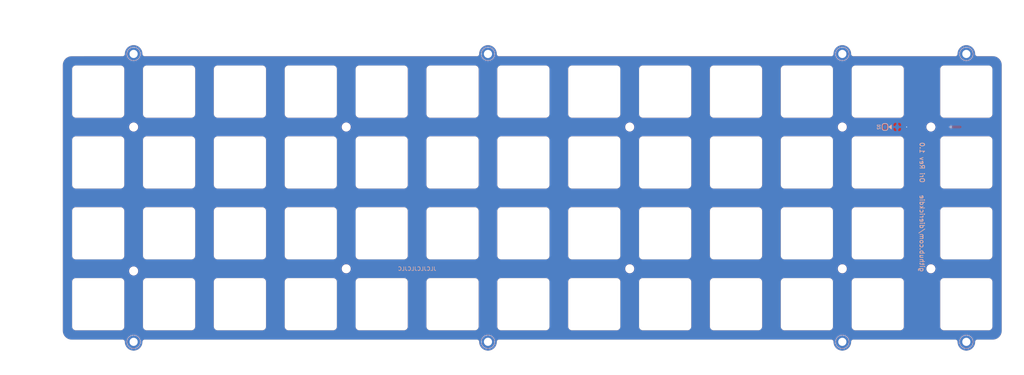
<source format=kicad_pcb>
(kicad_pcb (version 20171130) (host pcbnew "(5.1.10-1-10_14)")
  (layers (0 F.Cu signal) (31 B.Cu signal) (34 B.Paste user) (35 F.Paste user) (36 B.SilkS user) (37 F.SilkS user) (38 B.Mask user) (39 F.Mask user) (44 Edge.Cuts user))
  (net 0 "")
  (net 1 GND)
  (net 2 GND1)
  (net 3 "Net-(D2-Pad1)")
  (module Keeb_footprints:MX100_cutout_plated (layer F.Cu) (at 155.97253 50.00646)
    (fp_text reference U1)
    (fp_text value HOLE)
    (fp_arc (start -6 -6) (end -6 -7) (angle -90) (layer Edge.Cuts) (width 0.05))
    (fp_arc (start 6 6) (end 6 7) (angle -90) (layer Edge.Cuts) (width 0.05))
    (fp_arc (start 6 -6) (end 7 -6) (angle -90) (layer Edge.Cuts) (width 0.05))
    (fp_arc (start -6 6) (end -7 6) (angle -90) (layer Edge.Cuts) (width 0.05))
    (fp_line (start -6 7) (end 6 7) (layer Edge.Cuts) (width 0.05))
    (fp_line (start 7 -6) (end 7 6) (layer Edge.Cuts) (width 0.05))
    (fp_line (start -6 -7) (end 6 -7) (layer Edge.Cuts) (width 0.05))
    (fp_line (start -7 6) (end -7 -6) (layer Edge.Cuts) (width 0.05))
  )
  (module Keeb_footprints:MX100_cutout_plated (layer F.Cu) (at 389.33601 107.1567)
    (fp_text reference U52)
    (fp_text value HOLE)
    (fp_arc (start -6 -6) (end -6 -7) (angle -90) (layer Edge.Cuts) (width 0.05))
    (fp_arc (start 6 6) (end 6 7) (angle -90) (layer Edge.Cuts) (width 0.05))
    (fp_arc (start 6 -6) (end 7 -6) (angle -90) (layer Edge.Cuts) (width 0.05))
    (fp_arc (start -6 6) (end -7 6) (angle -90) (layer Edge.Cuts) (width 0.05))
    (fp_line (start -6 7) (end 6 7) (layer Edge.Cuts) (width 0.05))
    (fp_line (start 7 -6) (end 7 6) (layer Edge.Cuts) (width 0.05))
    (fp_line (start -6 -7) (end 6 -7) (layer Edge.Cuts) (width 0.05))
    (fp_line (start -7 6) (end -7 -6) (layer Edge.Cuts) (width 0.05))
  )
  (module Keeb_footprints:MX100_cutout_plated (layer F.Cu) (at 389.33589 88.106428)
    (fp_text reference U51)
    (fp_text value HOLE)
    (fp_arc (start -6 -6) (end -6 -7) (angle -90) (layer Edge.Cuts) (width 0.05))
    (fp_arc (start 6 6) (end 6 7) (angle -90) (layer Edge.Cuts) (width 0.05))
    (fp_arc (start 6 -6) (end 7 -6) (angle -90) (layer Edge.Cuts) (width 0.05))
    (fp_arc (start -6 6) (end -7 6) (angle -90) (layer Edge.Cuts) (width 0.05))
    (fp_line (start -6 7) (end 6 7) (layer Edge.Cuts) (width 0.05))
    (fp_line (start 7 -6) (end 7 6) (layer Edge.Cuts) (width 0.05))
    (fp_line (start -6 -7) (end 6 -7) (layer Edge.Cuts) (width 0.05))
    (fp_line (start -7 6) (end -7 -6) (layer Edge.Cuts) (width 0.05))
  )
  (module Keeb_footprints:MX100_cutout_plated (layer F.Cu) (at 389.33589 69.056444)
    (fp_text reference U50)
    (fp_text value HOLE)
    (fp_arc (start -6 -6) (end -6 -7) (angle -90) (layer Edge.Cuts) (width 0.05))
    (fp_arc (start 6 6) (end 6 7) (angle -90) (layer Edge.Cuts) (width 0.05))
    (fp_arc (start 6 -6) (end 7 -6) (angle -90) (layer Edge.Cuts) (width 0.05))
    (fp_arc (start -6 6) (end -7 6) (angle -90) (layer Edge.Cuts) (width 0.05))
    (fp_line (start -6 7) (end 6 7) (layer Edge.Cuts) (width 0.05))
    (fp_line (start 7 -6) (end 7 6) (layer Edge.Cuts) (width 0.05))
    (fp_line (start -6 -7) (end 6 -7) (layer Edge.Cuts) (width 0.05))
    (fp_line (start -7 6) (end -7 -6) (layer Edge.Cuts) (width 0.05))
  )
  (module Keeb_footprints:MX100_cutout_plated (layer F.Cu) (at 389.33601 50.00646)
    (fp_text reference U49)
    (fp_text value HOLE)
    (fp_arc (start -6 -6) (end -6 -7) (angle -90) (layer Edge.Cuts) (width 0.05))
    (fp_arc (start 6 6) (end 6 7) (angle -90) (layer Edge.Cuts) (width 0.05))
    (fp_arc (start 6 -6) (end 7 -6) (angle -90) (layer Edge.Cuts) (width 0.05))
    (fp_arc (start -6 6) (end -7 6) (angle -90) (layer Edge.Cuts) (width 0.05))
    (fp_line (start -6 7) (end 6 7) (layer Edge.Cuts) (width 0.05))
    (fp_line (start 7 -6) (end 7 6) (layer Edge.Cuts) (width 0.05))
    (fp_line (start -6 -7) (end 6 -7) (layer Edge.Cuts) (width 0.05))
    (fp_line (start -7 6) (end -7 -6) (layer Edge.Cuts) (width 0.05))
  )
  (module Keeb_footprints:MX100_cutout_plated (layer F.Cu) (at 365.52341 107.1567)
    (fp_text reference U48)
    (fp_text value HOLE)
    (fp_arc (start -6 -6) (end -6 -7) (angle -90) (layer Edge.Cuts) (width 0.05))
    (fp_arc (start 6 6) (end 6 7) (angle -90) (layer Edge.Cuts) (width 0.05))
    (fp_arc (start 6 -6) (end 7 -6) (angle -90) (layer Edge.Cuts) (width 0.05))
    (fp_arc (start -6 6) (end -7 6) (angle -90) (layer Edge.Cuts) (width 0.05))
    (fp_line (start -6 7) (end 6 7) (layer Edge.Cuts) (width 0.05))
    (fp_line (start 7 -6) (end 7 6) (layer Edge.Cuts) (width 0.05))
    (fp_line (start -6 -7) (end 6 -7) (layer Edge.Cuts) (width 0.05))
    (fp_line (start -7 6) (end -7 -6) (layer Edge.Cuts) (width 0.05))
  )
  (module Keeb_footprints:MX100_cutout_plated (layer F.Cu) (at 346.47333 107.16)
    (fp_text reference U47)
    (fp_text value HOLE)
    (fp_arc (start -6 -6) (end -6 -7) (angle -90) (layer Edge.Cuts) (width 0.05))
    (fp_arc (start 6 6) (end 6 7) (angle -90) (layer Edge.Cuts) (width 0.05))
    (fp_arc (start 6 -6) (end 7 -6) (angle -90) (layer Edge.Cuts) (width 0.05))
    (fp_arc (start -6 6) (end -7 6) (angle -90) (layer Edge.Cuts) (width 0.05))
    (fp_line (start -6 7) (end 6 7) (layer Edge.Cuts) (width 0.05))
    (fp_line (start 7 -6) (end 7 6) (layer Edge.Cuts) (width 0.05))
    (fp_line (start -6 -7) (end 6 -7) (layer Edge.Cuts) (width 0.05))
    (fp_line (start -7 6) (end -7 -6) (layer Edge.Cuts) (width 0.05))
  )
  (module Keeb_footprints:MX100_cutout_plated (layer F.Cu) (at 327.42325 107.1567)
    (fp_text reference U46)
    (fp_text value HOLE)
    (fp_arc (start -6 -6) (end -6 -7) (angle -90) (layer Edge.Cuts) (width 0.05))
    (fp_arc (start 6 6) (end 6 7) (angle -90) (layer Edge.Cuts) (width 0.05))
    (fp_arc (start 6 -6) (end 7 -6) (angle -90) (layer Edge.Cuts) (width 0.05))
    (fp_arc (start -6 6) (end -7 6) (angle -90) (layer Edge.Cuts) (width 0.05))
    (fp_line (start -6 7) (end 6 7) (layer Edge.Cuts) (width 0.05))
    (fp_line (start 7 -6) (end 7 6) (layer Edge.Cuts) (width 0.05))
    (fp_line (start -6 -7) (end 6 -7) (layer Edge.Cuts) (width 0.05))
    (fp_line (start -7 6) (end -7 -6) (layer Edge.Cuts) (width 0.05))
  )
  (module Keeb_footprints:MX100_cutout_plated (layer F.Cu) (at 308.37317 107.1567)
    (fp_text reference U45)
    (fp_text value HOLE)
    (fp_arc (start -6 -6) (end -6 -7) (angle -90) (layer Edge.Cuts) (width 0.05))
    (fp_arc (start 6 6) (end 6 7) (angle -90) (layer Edge.Cuts) (width 0.05))
    (fp_arc (start 6 -6) (end 7 -6) (angle -90) (layer Edge.Cuts) (width 0.05))
    (fp_arc (start -6 6) (end -7 6) (angle -90) (layer Edge.Cuts) (width 0.05))
    (fp_line (start -6 7) (end 6 7) (layer Edge.Cuts) (width 0.05))
    (fp_line (start 7 -6) (end 7 6) (layer Edge.Cuts) (width 0.05))
    (fp_line (start -6 -7) (end 6 -7) (layer Edge.Cuts) (width 0.05))
    (fp_line (start -7 6) (end -7 -6) (layer Edge.Cuts) (width 0.05))
  )
  (module Keeb_footprints:MX100_cutout_plated (layer F.Cu) (at 289.32309 107.1567)
    (fp_text reference U44)
    (fp_text value HOLE)
    (fp_arc (start -6 -6) (end -6 -7) (angle -90) (layer Edge.Cuts) (width 0.05))
    (fp_arc (start 6 6) (end 6 7) (angle -90) (layer Edge.Cuts) (width 0.05))
    (fp_arc (start 6 -6) (end 7 -6) (angle -90) (layer Edge.Cuts) (width 0.05))
    (fp_arc (start -6 6) (end -7 6) (angle -90) (layer Edge.Cuts) (width 0.05))
    (fp_line (start -6 7) (end 6 7) (layer Edge.Cuts) (width 0.05))
    (fp_line (start 7 -6) (end 7 6) (layer Edge.Cuts) (width 0.05))
    (fp_line (start -6 -7) (end 6 -7) (layer Edge.Cuts) (width 0.05))
    (fp_line (start -7 6) (end -7 -6) (layer Edge.Cuts) (width 0.05))
  )
  (module Keeb_footprints:MX100_cutout_plated (layer F.Cu) (at 270.27301 107.1567)
    (fp_text reference U43)
    (fp_text value HOLE)
    (fp_arc (start -6 -6) (end -6 -7) (angle -90) (layer Edge.Cuts) (width 0.05))
    (fp_arc (start 6 6) (end 6 7) (angle -90) (layer Edge.Cuts) (width 0.05))
    (fp_arc (start 6 -6) (end 7 -6) (angle -90) (layer Edge.Cuts) (width 0.05))
    (fp_arc (start -6 6) (end -7 6) (angle -90) (layer Edge.Cuts) (width 0.05))
    (fp_line (start -6 7) (end 6 7) (layer Edge.Cuts) (width 0.05))
    (fp_line (start 7 -6) (end 7 6) (layer Edge.Cuts) (width 0.05))
    (fp_line (start -6 -7) (end 6 -7) (layer Edge.Cuts) (width 0.05))
    (fp_line (start -7 6) (end -7 -6) (layer Edge.Cuts) (width 0.05))
  )
  (module Keeb_footprints:MX100_cutout_plated (layer F.Cu) (at 251.22293 107.1567)
    (fp_text reference U42)
    (fp_text value HOLE)
    (fp_arc (start -6 -6) (end -6 -7) (angle -90) (layer Edge.Cuts) (width 0.05))
    (fp_arc (start 6 6) (end 6 7) (angle -90) (layer Edge.Cuts) (width 0.05))
    (fp_arc (start 6 -6) (end 7 -6) (angle -90) (layer Edge.Cuts) (width 0.05))
    (fp_arc (start -6 6) (end -7 6) (angle -90) (layer Edge.Cuts) (width 0.05))
    (fp_line (start -6 7) (end 6 7) (layer Edge.Cuts) (width 0.05))
    (fp_line (start 7 -6) (end 7 6) (layer Edge.Cuts) (width 0.05))
    (fp_line (start -6 -7) (end 6 -7) (layer Edge.Cuts) (width 0.05))
    (fp_line (start -7 6) (end -7 -6) (layer Edge.Cuts) (width 0.05))
  )
  (module Keeb_footprints:MX100_cutout_plated (layer F.Cu) (at 232.17285 107.1567)
    (fp_text reference U41)
    (fp_text value HOLE)
    (fp_arc (start -6 -6) (end -6 -7) (angle -90) (layer Edge.Cuts) (width 0.05))
    (fp_arc (start 6 6) (end 6 7) (angle -90) (layer Edge.Cuts) (width 0.05))
    (fp_arc (start 6 -6) (end 7 -6) (angle -90) (layer Edge.Cuts) (width 0.05))
    (fp_arc (start -6 6) (end -7 6) (angle -90) (layer Edge.Cuts) (width 0.05))
    (fp_line (start -6 7) (end 6 7) (layer Edge.Cuts) (width 0.05))
    (fp_line (start 7 -6) (end 7 6) (layer Edge.Cuts) (width 0.05))
    (fp_line (start -6 -7) (end 6 -7) (layer Edge.Cuts) (width 0.05))
    (fp_line (start -7 6) (end -7 -6) (layer Edge.Cuts) (width 0.05))
  )
  (module Keeb_footprints:MX100_cutout_plated (layer F.Cu) (at 213.12277 107.1567)
    (fp_text reference U40)
    (fp_text value HOLE)
    (fp_arc (start -6 -6) (end -6 -7) (angle -90) (layer Edge.Cuts) (width 0.05))
    (fp_arc (start 6 6) (end 6 7) (angle -90) (layer Edge.Cuts) (width 0.05))
    (fp_arc (start 6 -6) (end 7 -6) (angle -90) (layer Edge.Cuts) (width 0.05))
    (fp_arc (start -6 6) (end -7 6) (angle -90) (layer Edge.Cuts) (width 0.05))
    (fp_line (start -6 7) (end 6 7) (layer Edge.Cuts) (width 0.05))
    (fp_line (start 7 -6) (end 7 6) (layer Edge.Cuts) (width 0.05))
    (fp_line (start -6 -7) (end 6 -7) (layer Edge.Cuts) (width 0.05))
    (fp_line (start -7 6) (end -7 -6) (layer Edge.Cuts) (width 0.05))
  )
  (module Keeb_footprints:MX100_cutout_plated (layer F.Cu) (at 194.07269 107.1567)
    (fp_text reference U39)
    (fp_text value HOLE)
    (fp_arc (start -6 -6) (end -6 -7) (angle -90) (layer Edge.Cuts) (width 0.05))
    (fp_arc (start 6 6) (end 6 7) (angle -90) (layer Edge.Cuts) (width 0.05))
    (fp_arc (start 6 -6) (end 7 -6) (angle -90) (layer Edge.Cuts) (width 0.05))
    (fp_arc (start -6 6) (end -7 6) (angle -90) (layer Edge.Cuts) (width 0.05))
    (fp_line (start -6 7) (end 6 7) (layer Edge.Cuts) (width 0.05))
    (fp_line (start 7 -6) (end 7 6) (layer Edge.Cuts) (width 0.05))
    (fp_line (start -6 -7) (end 6 -7) (layer Edge.Cuts) (width 0.05))
    (fp_line (start -7 6) (end -7 -6) (layer Edge.Cuts) (width 0.05))
  )
  (module Keeb_footprints:MX100_cutout_plated (layer F.Cu) (at 175.02261 107.1567)
    (fp_text reference U38)
    (fp_text value HOLE)
    (fp_arc (start -6 -6) (end -6 -7) (angle -90) (layer Edge.Cuts) (width 0.05))
    (fp_arc (start 6 6) (end 6 7) (angle -90) (layer Edge.Cuts) (width 0.05))
    (fp_arc (start 6 -6) (end 7 -6) (angle -90) (layer Edge.Cuts) (width 0.05))
    (fp_arc (start -6 6) (end -7 6) (angle -90) (layer Edge.Cuts) (width 0.05))
    (fp_line (start -6 7) (end 6 7) (layer Edge.Cuts) (width 0.05))
    (fp_line (start 7 -6) (end 7 6) (layer Edge.Cuts) (width 0.05))
    (fp_line (start -6 -7) (end 6 -7) (layer Edge.Cuts) (width 0.05))
    (fp_line (start -7 6) (end -7 -6) (layer Edge.Cuts) (width 0.05))
  )
  (module Keeb_footprints:MX100_cutout_plated (layer F.Cu) (at 155.97253 107.1567)
    (fp_text reference U37)
    (fp_text value HOLE)
    (fp_arc (start -6 -6) (end -6 -7) (angle -90) (layer Edge.Cuts) (width 0.05))
    (fp_arc (start 6 6) (end 6 7) (angle -90) (layer Edge.Cuts) (width 0.05))
    (fp_arc (start 6 -6) (end 7 -6) (angle -90) (layer Edge.Cuts) (width 0.05))
    (fp_arc (start -6 6) (end -7 6) (angle -90) (layer Edge.Cuts) (width 0.05))
    (fp_line (start -6 7) (end 6 7) (layer Edge.Cuts) (width 0.05))
    (fp_line (start 7 -6) (end 7 6) (layer Edge.Cuts) (width 0.05))
    (fp_line (start -6 -7) (end 6 -7) (layer Edge.Cuts) (width 0.05))
    (fp_line (start -7 6) (end -7 -6) (layer Edge.Cuts) (width 0.05))
  )
  (module Keeb_footprints:MX100_cutout_plated (layer F.Cu) (at 365.52341 88.10662)
    (fp_text reference U36)
    (fp_text value HOLE)
    (fp_arc (start -6 -6) (end -6 -7) (angle -90) (layer Edge.Cuts) (width 0.05))
    (fp_arc (start 6 6) (end 6 7) (angle -90) (layer Edge.Cuts) (width 0.05))
    (fp_arc (start 6 -6) (end 7 -6) (angle -90) (layer Edge.Cuts) (width 0.05))
    (fp_arc (start -6 6) (end -7 6) (angle -90) (layer Edge.Cuts) (width 0.05))
    (fp_line (start -6 7) (end 6 7) (layer Edge.Cuts) (width 0.05))
    (fp_line (start 7 -6) (end 7 6) (layer Edge.Cuts) (width 0.05))
    (fp_line (start -6 -7) (end 6 -7) (layer Edge.Cuts) (width 0.05))
    (fp_line (start -7 6) (end -7 -6) (layer Edge.Cuts) (width 0.05))
  )
  (module Keeb_footprints:MX100_cutout_plated (layer F.Cu) (at 346.47333 88.10662)
    (fp_text reference U35)
    (fp_text value HOLE)
    (fp_arc (start -6 -6) (end -6 -7) (angle -90) (layer Edge.Cuts) (width 0.05))
    (fp_arc (start 6 6) (end 6 7) (angle -90) (layer Edge.Cuts) (width 0.05))
    (fp_arc (start 6 -6) (end 7 -6) (angle -90) (layer Edge.Cuts) (width 0.05))
    (fp_arc (start -6 6) (end -7 6) (angle -90) (layer Edge.Cuts) (width 0.05))
    (fp_line (start -6 7) (end 6 7) (layer Edge.Cuts) (width 0.05))
    (fp_line (start 7 -6) (end 7 6) (layer Edge.Cuts) (width 0.05))
    (fp_line (start -6 -7) (end 6 -7) (layer Edge.Cuts) (width 0.05))
    (fp_line (start -7 6) (end -7 -6) (layer Edge.Cuts) (width 0.05))
  )
  (module Keeb_footprints:MX100_cutout_plated (layer F.Cu) (at 327.42325 88.10662)
    (fp_text reference U34)
    (fp_text value HOLE)
    (fp_arc (start -6 -6) (end -6 -7) (angle -90) (layer Edge.Cuts) (width 0.05))
    (fp_arc (start 6 6) (end 6 7) (angle -90) (layer Edge.Cuts) (width 0.05))
    (fp_arc (start 6 -6) (end 7 -6) (angle -90) (layer Edge.Cuts) (width 0.05))
    (fp_arc (start -6 6) (end -7 6) (angle -90) (layer Edge.Cuts) (width 0.05))
    (fp_line (start -6 7) (end 6 7) (layer Edge.Cuts) (width 0.05))
    (fp_line (start 7 -6) (end 7 6) (layer Edge.Cuts) (width 0.05))
    (fp_line (start -6 -7) (end 6 -7) (layer Edge.Cuts) (width 0.05))
    (fp_line (start -7 6) (end -7 -6) (layer Edge.Cuts) (width 0.05))
  )
  (module Keeb_footprints:MX100_cutout_plated (layer F.Cu) (at 308.37317 88.10662)
    (fp_text reference U33)
    (fp_text value HOLE)
    (fp_arc (start -6 -6) (end -6 -7) (angle -90) (layer Edge.Cuts) (width 0.05))
    (fp_arc (start 6 6) (end 6 7) (angle -90) (layer Edge.Cuts) (width 0.05))
    (fp_arc (start 6 -6) (end 7 -6) (angle -90) (layer Edge.Cuts) (width 0.05))
    (fp_arc (start -6 6) (end -7 6) (angle -90) (layer Edge.Cuts) (width 0.05))
    (fp_line (start -6 7) (end 6 7) (layer Edge.Cuts) (width 0.05))
    (fp_line (start 7 -6) (end 7 6) (layer Edge.Cuts) (width 0.05))
    (fp_line (start -6 -7) (end 6 -7) (layer Edge.Cuts) (width 0.05))
    (fp_line (start -7 6) (end -7 -6) (layer Edge.Cuts) (width 0.05))
  )
  (module Keeb_footprints:MX100_cutout_plated (layer F.Cu) (at 289.32309 88.10662)
    (fp_text reference U32)
    (fp_text value HOLE)
    (fp_arc (start -6 -6) (end -6 -7) (angle -90) (layer Edge.Cuts) (width 0.05))
    (fp_arc (start 6 6) (end 6 7) (angle -90) (layer Edge.Cuts) (width 0.05))
    (fp_arc (start 6 -6) (end 7 -6) (angle -90) (layer Edge.Cuts) (width 0.05))
    (fp_arc (start -6 6) (end -7 6) (angle -90) (layer Edge.Cuts) (width 0.05))
    (fp_line (start -6 7) (end 6 7) (layer Edge.Cuts) (width 0.05))
    (fp_line (start 7 -6) (end 7 6) (layer Edge.Cuts) (width 0.05))
    (fp_line (start -6 -7) (end 6 -7) (layer Edge.Cuts) (width 0.05))
    (fp_line (start -7 6) (end -7 -6) (layer Edge.Cuts) (width 0.05))
  )
  (module Keeb_footprints:MX100_cutout_plated (layer F.Cu) (at 270.27301 88.10662)
    (fp_text reference U31)
    (fp_text value HOLE)
    (fp_arc (start -6 -6) (end -6 -7) (angle -90) (layer Edge.Cuts) (width 0.05))
    (fp_arc (start 6 6) (end 6 7) (angle -90) (layer Edge.Cuts) (width 0.05))
    (fp_arc (start 6 -6) (end 7 -6) (angle -90) (layer Edge.Cuts) (width 0.05))
    (fp_arc (start -6 6) (end -7 6) (angle -90) (layer Edge.Cuts) (width 0.05))
    (fp_line (start -6 7) (end 6 7) (layer Edge.Cuts) (width 0.05))
    (fp_line (start 7 -6) (end 7 6) (layer Edge.Cuts) (width 0.05))
    (fp_line (start -6 -7) (end 6 -7) (layer Edge.Cuts) (width 0.05))
    (fp_line (start -7 6) (end -7 -6) (layer Edge.Cuts) (width 0.05))
  )
  (module Keeb_footprints:MX100_cutout_plated (layer F.Cu) (at 251.22293 88.10662)
    (fp_text reference U30)
    (fp_text value HOLE)
    (fp_arc (start -6 -6) (end -6 -7) (angle -90) (layer Edge.Cuts) (width 0.05))
    (fp_arc (start 6 6) (end 6 7) (angle -90) (layer Edge.Cuts) (width 0.05))
    (fp_arc (start 6 -6) (end 7 -6) (angle -90) (layer Edge.Cuts) (width 0.05))
    (fp_arc (start -6 6) (end -7 6) (angle -90) (layer Edge.Cuts) (width 0.05))
    (fp_line (start -6 7) (end 6 7) (layer Edge.Cuts) (width 0.05))
    (fp_line (start 7 -6) (end 7 6) (layer Edge.Cuts) (width 0.05))
    (fp_line (start -6 -7) (end 6 -7) (layer Edge.Cuts) (width 0.05))
    (fp_line (start -7 6) (end -7 -6) (layer Edge.Cuts) (width 0.05))
  )
  (module Keeb_footprints:MX100_cutout_plated (layer F.Cu) (at 232.17285 88.10662)
    (fp_text reference U29)
    (fp_text value HOLE)
    (fp_arc (start -6 -6) (end -6 -7) (angle -90) (layer Edge.Cuts) (width 0.05))
    (fp_arc (start 6 6) (end 6 7) (angle -90) (layer Edge.Cuts) (width 0.05))
    (fp_arc (start 6 -6) (end 7 -6) (angle -90) (layer Edge.Cuts) (width 0.05))
    (fp_arc (start -6 6) (end -7 6) (angle -90) (layer Edge.Cuts) (width 0.05))
    (fp_line (start -6 7) (end 6 7) (layer Edge.Cuts) (width 0.05))
    (fp_line (start 7 -6) (end 7 6) (layer Edge.Cuts) (width 0.05))
    (fp_line (start -6 -7) (end 6 -7) (layer Edge.Cuts) (width 0.05))
    (fp_line (start -7 6) (end -7 -6) (layer Edge.Cuts) (width 0.05))
  )
  (module Keeb_footprints:MX100_cutout_plated (layer F.Cu) (at 213.12277 88.10662)
    (fp_text reference U28)
    (fp_text value HOLE)
    (fp_arc (start -6 -6) (end -6 -7) (angle -90) (layer Edge.Cuts) (width 0.05))
    (fp_arc (start 6 6) (end 6 7) (angle -90) (layer Edge.Cuts) (width 0.05))
    (fp_arc (start 6 -6) (end 7 -6) (angle -90) (layer Edge.Cuts) (width 0.05))
    (fp_arc (start -6 6) (end -7 6) (angle -90) (layer Edge.Cuts) (width 0.05))
    (fp_line (start -6 7) (end 6 7) (layer Edge.Cuts) (width 0.05))
    (fp_line (start 7 -6) (end 7 6) (layer Edge.Cuts) (width 0.05))
    (fp_line (start -6 -7) (end 6 -7) (layer Edge.Cuts) (width 0.05))
    (fp_line (start -7 6) (end -7 -6) (layer Edge.Cuts) (width 0.05))
  )
  (module Keeb_footprints:MX100_cutout_plated (layer F.Cu) (at 194.07269 88.10662)
    (fp_text reference U27)
    (fp_text value HOLE)
    (fp_arc (start -6 -6) (end -6 -7) (angle -90) (layer Edge.Cuts) (width 0.05))
    (fp_arc (start 6 6) (end 6 7) (angle -90) (layer Edge.Cuts) (width 0.05))
    (fp_arc (start 6 -6) (end 7 -6) (angle -90) (layer Edge.Cuts) (width 0.05))
    (fp_arc (start -6 6) (end -7 6) (angle -90) (layer Edge.Cuts) (width 0.05))
    (fp_line (start -6 7) (end 6 7) (layer Edge.Cuts) (width 0.05))
    (fp_line (start 7 -6) (end 7 6) (layer Edge.Cuts) (width 0.05))
    (fp_line (start -6 -7) (end 6 -7) (layer Edge.Cuts) (width 0.05))
    (fp_line (start -7 6) (end -7 -6) (layer Edge.Cuts) (width 0.05))
  )
  (module Keeb_footprints:MX100_cutout_plated (layer F.Cu) (at 175.02261 88.10662)
    (fp_text reference U26)
    (fp_text value HOLE)
    (fp_arc (start -6 -6) (end -6 -7) (angle -90) (layer Edge.Cuts) (width 0.05))
    (fp_arc (start 6 6) (end 6 7) (angle -90) (layer Edge.Cuts) (width 0.05))
    (fp_arc (start 6 -6) (end 7 -6) (angle -90) (layer Edge.Cuts) (width 0.05))
    (fp_arc (start -6 6) (end -7 6) (angle -90) (layer Edge.Cuts) (width 0.05))
    (fp_line (start -6 7) (end 6 7) (layer Edge.Cuts) (width 0.05))
    (fp_line (start 7 -6) (end 7 6) (layer Edge.Cuts) (width 0.05))
    (fp_line (start -6 -7) (end 6 -7) (layer Edge.Cuts) (width 0.05))
    (fp_line (start -7 6) (end -7 -6) (layer Edge.Cuts) (width 0.05))
  )
  (module Keeb_footprints:MX100_cutout_plated (layer F.Cu) (at 155.97253 88.10662)
    (fp_text reference U25)
    (fp_text value HOLE)
    (fp_arc (start -6 -6) (end -6 -7) (angle -90) (layer Edge.Cuts) (width 0.05))
    (fp_arc (start 6 6) (end 6 7) (angle -90) (layer Edge.Cuts) (width 0.05))
    (fp_arc (start 6 -6) (end 7 -6) (angle -90) (layer Edge.Cuts) (width 0.05))
    (fp_arc (start -6 6) (end -7 6) (angle -90) (layer Edge.Cuts) (width 0.05))
    (fp_line (start -6 7) (end 6 7) (layer Edge.Cuts) (width 0.05))
    (fp_line (start 7 -6) (end 7 6) (layer Edge.Cuts) (width 0.05))
    (fp_line (start -6 -7) (end 6 -7) (layer Edge.Cuts) (width 0.05))
    (fp_line (start -7 6) (end -7 -6) (layer Edge.Cuts) (width 0.05))
  )
  (module Keeb_footprints:MX100_cutout_plated (layer F.Cu) (at 365.52341 69.05654)
    (fp_text reference U24)
    (fp_text value HOLE)
    (fp_arc (start -6 -6) (end -6 -7) (angle -90) (layer Edge.Cuts) (width 0.05))
    (fp_arc (start 6 6) (end 6 7) (angle -90) (layer Edge.Cuts) (width 0.05))
    (fp_arc (start 6 -6) (end 7 -6) (angle -90) (layer Edge.Cuts) (width 0.05))
    (fp_arc (start -6 6) (end -7 6) (angle -90) (layer Edge.Cuts) (width 0.05))
    (fp_line (start -6 7) (end 6 7) (layer Edge.Cuts) (width 0.05))
    (fp_line (start 7 -6) (end 7 6) (layer Edge.Cuts) (width 0.05))
    (fp_line (start -6 -7) (end 6 -7) (layer Edge.Cuts) (width 0.05))
    (fp_line (start -7 6) (end -7 -6) (layer Edge.Cuts) (width 0.05))
  )
  (module Keeb_footprints:MX100_cutout_plated (layer F.Cu) (at 346.47333 69.05654)
    (fp_text reference U23)
    (fp_text value HOLE)
    (fp_arc (start -6 -6) (end -6 -7) (angle -90) (layer Edge.Cuts) (width 0.05))
    (fp_arc (start 6 6) (end 6 7) (angle -90) (layer Edge.Cuts) (width 0.05))
    (fp_arc (start 6 -6) (end 7 -6) (angle -90) (layer Edge.Cuts) (width 0.05))
    (fp_arc (start -6 6) (end -7 6) (angle -90) (layer Edge.Cuts) (width 0.05))
    (fp_line (start -6 7) (end 6 7) (layer Edge.Cuts) (width 0.05))
    (fp_line (start 7 -6) (end 7 6) (layer Edge.Cuts) (width 0.05))
    (fp_line (start -6 -7) (end 6 -7) (layer Edge.Cuts) (width 0.05))
    (fp_line (start -7 6) (end -7 -6) (layer Edge.Cuts) (width 0.05))
  )
  (module Keeb_footprints:MX100_cutout_plated (layer F.Cu) (at 327.42325 69.05654)
    (fp_text reference U22)
    (fp_text value HOLE)
    (fp_arc (start -6 -6) (end -6 -7) (angle -90) (layer Edge.Cuts) (width 0.05))
    (fp_arc (start 6 6) (end 6 7) (angle -90) (layer Edge.Cuts) (width 0.05))
    (fp_arc (start 6 -6) (end 7 -6) (angle -90) (layer Edge.Cuts) (width 0.05))
    (fp_arc (start -6 6) (end -7 6) (angle -90) (layer Edge.Cuts) (width 0.05))
    (fp_line (start -6 7) (end 6 7) (layer Edge.Cuts) (width 0.05))
    (fp_line (start 7 -6) (end 7 6) (layer Edge.Cuts) (width 0.05))
    (fp_line (start -6 -7) (end 6 -7) (layer Edge.Cuts) (width 0.05))
    (fp_line (start -7 6) (end -7 -6) (layer Edge.Cuts) (width 0.05))
  )
  (module Keeb_footprints:MX100_cutout_plated (layer F.Cu) (at 308.37317 69.05654)
    (fp_text reference U21)
    (fp_text value HOLE)
    (fp_arc (start -6 -6) (end -6 -7) (angle -90) (layer Edge.Cuts) (width 0.05))
    (fp_arc (start 6 6) (end 6 7) (angle -90) (layer Edge.Cuts) (width 0.05))
    (fp_arc (start 6 -6) (end 7 -6) (angle -90) (layer Edge.Cuts) (width 0.05))
    (fp_arc (start -6 6) (end -7 6) (angle -90) (layer Edge.Cuts) (width 0.05))
    (fp_line (start -6 7) (end 6 7) (layer Edge.Cuts) (width 0.05))
    (fp_line (start 7 -6) (end 7 6) (layer Edge.Cuts) (width 0.05))
    (fp_line (start -6 -7) (end 6 -7) (layer Edge.Cuts) (width 0.05))
    (fp_line (start -7 6) (end -7 -6) (layer Edge.Cuts) (width 0.05))
  )
  (module Keeb_footprints:MX100_cutout_plated (layer F.Cu) (at 289.32309 69.05654)
    (fp_text reference U20)
    (fp_text value HOLE)
    (fp_arc (start -6 -6) (end -6 -7) (angle -90) (layer Edge.Cuts) (width 0.05))
    (fp_arc (start 6 6) (end 6 7) (angle -90) (layer Edge.Cuts) (width 0.05))
    (fp_arc (start 6 -6) (end 7 -6) (angle -90) (layer Edge.Cuts) (width 0.05))
    (fp_arc (start -6 6) (end -7 6) (angle -90) (layer Edge.Cuts) (width 0.05))
    (fp_line (start -6 7) (end 6 7) (layer Edge.Cuts) (width 0.05))
    (fp_line (start 7 -6) (end 7 6) (layer Edge.Cuts) (width 0.05))
    (fp_line (start -6 -7) (end 6 -7) (layer Edge.Cuts) (width 0.05))
    (fp_line (start -7 6) (end -7 -6) (layer Edge.Cuts) (width 0.05))
  )
  (module Keeb_footprints:MX100_cutout_plated (layer F.Cu) (at 270.27301 69.05654)
    (fp_text reference U19)
    (fp_text value HOLE)
    (fp_arc (start -6 -6) (end -6 -7) (angle -90) (layer Edge.Cuts) (width 0.05))
    (fp_arc (start 6 6) (end 6 7) (angle -90) (layer Edge.Cuts) (width 0.05))
    (fp_arc (start 6 -6) (end 7 -6) (angle -90) (layer Edge.Cuts) (width 0.05))
    (fp_arc (start -6 6) (end -7 6) (angle -90) (layer Edge.Cuts) (width 0.05))
    (fp_line (start -6 7) (end 6 7) (layer Edge.Cuts) (width 0.05))
    (fp_line (start 7 -6) (end 7 6) (layer Edge.Cuts) (width 0.05))
    (fp_line (start -6 -7) (end 6 -7) (layer Edge.Cuts) (width 0.05))
    (fp_line (start -7 6) (end -7 -6) (layer Edge.Cuts) (width 0.05))
  )
  (module Keeb_footprints:MX100_cutout_plated (layer F.Cu) (at 251.22293 69.05654)
    (fp_text reference U18)
    (fp_text value HOLE)
    (fp_arc (start -6 -6) (end -6 -7) (angle -90) (layer Edge.Cuts) (width 0.05))
    (fp_arc (start 6 6) (end 6 7) (angle -90) (layer Edge.Cuts) (width 0.05))
    (fp_arc (start 6 -6) (end 7 -6) (angle -90) (layer Edge.Cuts) (width 0.05))
    (fp_arc (start -6 6) (end -7 6) (angle -90) (layer Edge.Cuts) (width 0.05))
    (fp_line (start -6 7) (end 6 7) (layer Edge.Cuts) (width 0.05))
    (fp_line (start 7 -6) (end 7 6) (layer Edge.Cuts) (width 0.05))
    (fp_line (start -6 -7) (end 6 -7) (layer Edge.Cuts) (width 0.05))
    (fp_line (start -7 6) (end -7 -6) (layer Edge.Cuts) (width 0.05))
  )
  (module Keeb_footprints:MX100_cutout_plated (layer F.Cu) (at 232.17285 69.05654)
    (fp_text reference U17)
    (fp_text value HOLE)
    (fp_arc (start -6 -6) (end -6 -7) (angle -90) (layer Edge.Cuts) (width 0.05))
    (fp_arc (start 6 6) (end 6 7) (angle -90) (layer Edge.Cuts) (width 0.05))
    (fp_arc (start 6 -6) (end 7 -6) (angle -90) (layer Edge.Cuts) (width 0.05))
    (fp_arc (start -6 6) (end -7 6) (angle -90) (layer Edge.Cuts) (width 0.05))
    (fp_line (start -6 7) (end 6 7) (layer Edge.Cuts) (width 0.05))
    (fp_line (start 7 -6) (end 7 6) (layer Edge.Cuts) (width 0.05))
    (fp_line (start -6 -7) (end 6 -7) (layer Edge.Cuts) (width 0.05))
    (fp_line (start -7 6) (end -7 -6) (layer Edge.Cuts) (width 0.05))
  )
  (module Keeb_footprints:MX100_cutout_plated (layer F.Cu) (at 213.12277 69.05654)
    (fp_text reference U16)
    (fp_text value HOLE)
    (fp_arc (start -6 -6) (end -6 -7) (angle -90) (layer Edge.Cuts) (width 0.05))
    (fp_arc (start 6 6) (end 6 7) (angle -90) (layer Edge.Cuts) (width 0.05))
    (fp_arc (start 6 -6) (end 7 -6) (angle -90) (layer Edge.Cuts) (width 0.05))
    (fp_arc (start -6 6) (end -7 6) (angle -90) (layer Edge.Cuts) (width 0.05))
    (fp_line (start -6 7) (end 6 7) (layer Edge.Cuts) (width 0.05))
    (fp_line (start 7 -6) (end 7 6) (layer Edge.Cuts) (width 0.05))
    (fp_line (start -6 -7) (end 6 -7) (layer Edge.Cuts) (width 0.05))
    (fp_line (start -7 6) (end -7 -6) (layer Edge.Cuts) (width 0.05))
  )
  (module Keeb_footprints:MX100_cutout_plated (layer F.Cu) (at 194.07269 69.05654)
    (fp_text reference U15)
    (fp_text value HOLE)
    (fp_arc (start -6 -6) (end -6 -7) (angle -90) (layer Edge.Cuts) (width 0.05))
    (fp_arc (start 6 6) (end 6 7) (angle -90) (layer Edge.Cuts) (width 0.05))
    (fp_arc (start 6 -6) (end 7 -6) (angle -90) (layer Edge.Cuts) (width 0.05))
    (fp_arc (start -6 6) (end -7 6) (angle -90) (layer Edge.Cuts) (width 0.05))
    (fp_line (start -6 7) (end 6 7) (layer Edge.Cuts) (width 0.05))
    (fp_line (start 7 -6) (end 7 6) (layer Edge.Cuts) (width 0.05))
    (fp_line (start -6 -7) (end 6 -7) (layer Edge.Cuts) (width 0.05))
    (fp_line (start -7 6) (end -7 -6) (layer Edge.Cuts) (width 0.05))
  )
  (module Keeb_footprints:MX100_cutout_plated (layer F.Cu) (at 175.02261 69.05654)
    (fp_text reference U14)
    (fp_text value HOLE)
    (fp_arc (start -6 -6) (end -6 -7) (angle -90) (layer Edge.Cuts) (width 0.05))
    (fp_arc (start 6 6) (end 6 7) (angle -90) (layer Edge.Cuts) (width 0.05))
    (fp_arc (start 6 -6) (end 7 -6) (angle -90) (layer Edge.Cuts) (width 0.05))
    (fp_arc (start -6 6) (end -7 6) (angle -90) (layer Edge.Cuts) (width 0.05))
    (fp_line (start -6 7) (end 6 7) (layer Edge.Cuts) (width 0.05))
    (fp_line (start 7 -6) (end 7 6) (layer Edge.Cuts) (width 0.05))
    (fp_line (start -6 -7) (end 6 -7) (layer Edge.Cuts) (width 0.05))
    (fp_line (start -7 6) (end -7 -6) (layer Edge.Cuts) (width 0.05))
  )
  (module Keeb_footprints:MX100_cutout_plated (layer F.Cu) (at 155.97253 69.05654)
    (fp_text reference U13)
    (fp_text value HOLE)
    (fp_arc (start -6 -6) (end -6 -7) (angle -90) (layer Edge.Cuts) (width 0.05))
    (fp_arc (start 6 6) (end 6 7) (angle -90) (layer Edge.Cuts) (width 0.05))
    (fp_arc (start 6 -6) (end 7 -6) (angle -90) (layer Edge.Cuts) (width 0.05))
    (fp_arc (start -6 6) (end -7 6) (angle -90) (layer Edge.Cuts) (width 0.05))
    (fp_line (start -6 7) (end 6 7) (layer Edge.Cuts) (width 0.05))
    (fp_line (start 7 -6) (end 7 6) (layer Edge.Cuts) (width 0.05))
    (fp_line (start -6 -7) (end 6 -7) (layer Edge.Cuts) (width 0.05))
    (fp_line (start -7 6) (end -7 -6) (layer Edge.Cuts) (width 0.05))
  )
  (module Keeb_footprints:MX100_cutout_plated (layer F.Cu) (at 365.52341 50.00646)
    (fp_text reference U12)
    (fp_text value HOLE)
    (fp_arc (start -6 -6) (end -6 -7) (angle -90) (layer Edge.Cuts) (width 0.05))
    (fp_arc (start 6 6) (end 6 7) (angle -90) (layer Edge.Cuts) (width 0.05))
    (fp_arc (start 6 -6) (end 7 -6) (angle -90) (layer Edge.Cuts) (width 0.05))
    (fp_arc (start -6 6) (end -7 6) (angle -90) (layer Edge.Cuts) (width 0.05))
    (fp_line (start -6 7) (end 6 7) (layer Edge.Cuts) (width 0.05))
    (fp_line (start 7 -6) (end 7 6) (layer Edge.Cuts) (width 0.05))
    (fp_line (start -6 -7) (end 6 -7) (layer Edge.Cuts) (width 0.05))
    (fp_line (start -7 6) (end -7 -6) (layer Edge.Cuts) (width 0.05))
  )
  (module Keeb_footprints:MX100_cutout_plated (layer F.Cu) (at 346.47333 50.00646)
    (fp_text reference U11)
    (fp_text value HOLE)
    (fp_arc (start -6 -6) (end -6 -7) (angle -90) (layer Edge.Cuts) (width 0.05))
    (fp_arc (start 6 6) (end 6 7) (angle -90) (layer Edge.Cuts) (width 0.05))
    (fp_arc (start 6 -6) (end 7 -6) (angle -90) (layer Edge.Cuts) (width 0.05))
    (fp_arc (start -6 6) (end -7 6) (angle -90) (layer Edge.Cuts) (width 0.05))
    (fp_line (start -6 7) (end 6 7) (layer Edge.Cuts) (width 0.05))
    (fp_line (start 7 -6) (end 7 6) (layer Edge.Cuts) (width 0.05))
    (fp_line (start -6 -7) (end 6 -7) (layer Edge.Cuts) (width 0.05))
    (fp_line (start -7 6) (end -7 -6) (layer Edge.Cuts) (width 0.05))
  )
  (module Keeb_footprints:MX100_cutout_plated (layer F.Cu) (at 327.42325 50.00646)
    (fp_text reference U10)
    (fp_text value HOLE)
    (fp_arc (start -6 -6) (end -6 -7) (angle -90) (layer Edge.Cuts) (width 0.05))
    (fp_arc (start 6 6) (end 6 7) (angle -90) (layer Edge.Cuts) (width 0.05))
    (fp_arc (start 6 -6) (end 7 -6) (angle -90) (layer Edge.Cuts) (width 0.05))
    (fp_arc (start -6 6) (end -7 6) (angle -90) (layer Edge.Cuts) (width 0.05))
    (fp_line (start -6 7) (end 6 7) (layer Edge.Cuts) (width 0.05))
    (fp_line (start 7 -6) (end 7 6) (layer Edge.Cuts) (width 0.05))
    (fp_line (start -6 -7) (end 6 -7) (layer Edge.Cuts) (width 0.05))
    (fp_line (start -7 6) (end -7 -6) (layer Edge.Cuts) (width 0.05))
  )
  (module Keeb_footprints:MX100_cutout_plated (layer F.Cu) (at 308.37317 50.00646)
    (fp_text reference U9)
    (fp_text value HOLE)
    (fp_arc (start -6 -6) (end -6 -7) (angle -90) (layer Edge.Cuts) (width 0.05))
    (fp_arc (start 6 6) (end 6 7) (angle -90) (layer Edge.Cuts) (width 0.05))
    (fp_arc (start 6 -6) (end 7 -6) (angle -90) (layer Edge.Cuts) (width 0.05))
    (fp_arc (start -6 6) (end -7 6) (angle -90) (layer Edge.Cuts) (width 0.05))
    (fp_line (start -6 7) (end 6 7) (layer Edge.Cuts) (width 0.05))
    (fp_line (start 7 -6) (end 7 6) (layer Edge.Cuts) (width 0.05))
    (fp_line (start -6 -7) (end 6 -7) (layer Edge.Cuts) (width 0.05))
    (fp_line (start -7 6) (end -7 -6) (layer Edge.Cuts) (width 0.05))
  )
  (module Keeb_footprints:MX100_cutout_plated (layer F.Cu) (at 289.32309 50.00646)
    (fp_text reference U8)
    (fp_text value HOLE)
    (fp_arc (start -6 -6) (end -6 -7) (angle -90) (layer Edge.Cuts) (width 0.05))
    (fp_arc (start 6 6) (end 6 7) (angle -90) (layer Edge.Cuts) (width 0.05))
    (fp_arc (start 6 -6) (end 7 -6) (angle -90) (layer Edge.Cuts) (width 0.05))
    (fp_arc (start -6 6) (end -7 6) (angle -90) (layer Edge.Cuts) (width 0.05))
    (fp_line (start -6 7) (end 6 7) (layer Edge.Cuts) (width 0.05))
    (fp_line (start 7 -6) (end 7 6) (layer Edge.Cuts) (width 0.05))
    (fp_line (start -6 -7) (end 6 -7) (layer Edge.Cuts) (width 0.05))
    (fp_line (start -7 6) (end -7 -6) (layer Edge.Cuts) (width 0.05))
  )
  (module Keeb_footprints:MX100_cutout_plated (layer F.Cu) (at 270.27301 50.00646)
    (fp_text reference U7)
    (fp_text value HOLE)
    (fp_arc (start -6 -6) (end -6 -7) (angle -90) (layer Edge.Cuts) (width 0.05))
    (fp_arc (start 6 6) (end 6 7) (angle -90) (layer Edge.Cuts) (width 0.05))
    (fp_arc (start 6 -6) (end 7 -6) (angle -90) (layer Edge.Cuts) (width 0.05))
    (fp_arc (start -6 6) (end -7 6) (angle -90) (layer Edge.Cuts) (width 0.05))
    (fp_line (start -6 7) (end 6 7) (layer Edge.Cuts) (width 0.05))
    (fp_line (start 7 -6) (end 7 6) (layer Edge.Cuts) (width 0.05))
    (fp_line (start -6 -7) (end 6 -7) (layer Edge.Cuts) (width 0.05))
    (fp_line (start -7 6) (end -7 -6) (layer Edge.Cuts) (width 0.05))
  )
  (module Keeb_footprints:MX100_cutout_plated (layer F.Cu) (at 251.22293 50.00646)
    (fp_text reference U6)
    (fp_text value HOLE)
    (fp_arc (start -6 -6) (end -6 -7) (angle -90) (layer Edge.Cuts) (width 0.05))
    (fp_arc (start 6 6) (end 6 7) (angle -90) (layer Edge.Cuts) (width 0.05))
    (fp_arc (start 6 -6) (end 7 -6) (angle -90) (layer Edge.Cuts) (width 0.05))
    (fp_arc (start -6 6) (end -7 6) (angle -90) (layer Edge.Cuts) (width 0.05))
    (fp_line (start -6 7) (end 6 7) (layer Edge.Cuts) (width 0.05))
    (fp_line (start 7 -6) (end 7 6) (layer Edge.Cuts) (width 0.05))
    (fp_line (start -6 -7) (end 6 -7) (layer Edge.Cuts) (width 0.05))
    (fp_line (start -7 6) (end -7 -6) (layer Edge.Cuts) (width 0.05))
  )
  (module Keeb_footprints:MX100_cutout_plated (layer F.Cu) (at 232.17285 50.00646)
    (fp_text reference U5)
    (fp_text value HOLE)
    (fp_arc (start -6 -6) (end -6 -7) (angle -90) (layer Edge.Cuts) (width 0.05))
    (fp_arc (start 6 6) (end 6 7) (angle -90) (layer Edge.Cuts) (width 0.05))
    (fp_arc (start 6 -6) (end 7 -6) (angle -90) (layer Edge.Cuts) (width 0.05))
    (fp_arc (start -6 6) (end -7 6) (angle -90) (layer Edge.Cuts) (width 0.05))
    (fp_line (start -6 7) (end 6 7) (layer Edge.Cuts) (width 0.05))
    (fp_line (start 7 -6) (end 7 6) (layer Edge.Cuts) (width 0.05))
    (fp_line (start -6 -7) (end 6 -7) (layer Edge.Cuts) (width 0.05))
    (fp_line (start -7 6) (end -7 -6) (layer Edge.Cuts) (width 0.05))
  )
  (module Keeb_footprints:MX100_cutout_plated (layer F.Cu) (at 213.12277 50.00646)
    (fp_text reference U4)
    (fp_text value HOLE)
    (fp_arc (start -6 -6) (end -6 -7) (angle -90) (layer Edge.Cuts) (width 0.05))
    (fp_arc (start 6 6) (end 6 7) (angle -90) (layer Edge.Cuts) (width 0.05))
    (fp_arc (start 6 -6) (end 7 -6) (angle -90) (layer Edge.Cuts) (width 0.05))
    (fp_arc (start -6 6) (end -7 6) (angle -90) (layer Edge.Cuts) (width 0.05))
    (fp_line (start -6 7) (end 6 7) (layer Edge.Cuts) (width 0.05))
    (fp_line (start 7 -6) (end 7 6) (layer Edge.Cuts) (width 0.05))
    (fp_line (start -6 -7) (end 6 -7) (layer Edge.Cuts) (width 0.05))
    (fp_line (start -7 6) (end -7 -6) (layer Edge.Cuts) (width 0.05))
  )
  (module Keeb_footprints:MX100_cutout_plated (layer F.Cu) (at 194.07269 50.00646)
    (fp_text reference U3)
    (fp_text value HOLE)
    (fp_arc (start -6 -6) (end -6 -7) (angle -90) (layer Edge.Cuts) (width 0.05))
    (fp_arc (start 6 6) (end 6 7) (angle -90) (layer Edge.Cuts) (width 0.05))
    (fp_arc (start 6 -6) (end 7 -6) (angle -90) (layer Edge.Cuts) (width 0.05))
    (fp_arc (start -6 6) (end -7 6) (angle -90) (layer Edge.Cuts) (width 0.05))
    (fp_line (start -6 7) (end 6 7) (layer Edge.Cuts) (width 0.05))
    (fp_line (start 7 -6) (end 7 6) (layer Edge.Cuts) (width 0.05))
    (fp_line (start -6 -7) (end 6 -7) (layer Edge.Cuts) (width 0.05))
    (fp_line (start -7 6) (end -7 -6) (layer Edge.Cuts) (width 0.05))
  )
  (module Keeb_footprints:MX100_cutout_plated (layer F.Cu) (at 175.02261 50.00646)
    (fp_text reference U2)
    (fp_text value HOLE)
    (fp_arc (start -6 -6) (end -6 -7) (angle -90) (layer Edge.Cuts) (width 0.05))
    (fp_arc (start 6 6) (end 6 7) (angle -90) (layer Edge.Cuts) (width 0.05))
    (fp_arc (start 6 -6) (end 7 -6) (angle -90) (layer Edge.Cuts) (width 0.05))
    (fp_arc (start -6 6) (end -7 6) (angle -90) (layer Edge.Cuts) (width 0.05))
    (fp_line (start -6 7) (end 6 7) (layer Edge.Cuts) (width 0.05))
    (fp_line (start 7 -6) (end 7 6) (layer Edge.Cuts) (width 0.05))
    (fp_line (start -6 -7) (end 6 -7) (layer Edge.Cuts) (width 0.05))
    (fp_line (start -7 6) (end -7 -6) (layer Edge.Cuts) (width 0.05))
  )
  (module MountingHole:MountingHole_2.2mm_M2_DIN965 (layer F.Cu) (at 379.810898 97.63142)
    (fp_text reference H18)
    (fp_text value MountingHole)
    (pad 1 np_thru_hole circle (at 0 0) (size 2.2 2.2) (drill 2.2) (layers *.Cu *.Mask))
  )
  (module MountingHole:MountingHole_2.2mm_M2_DIN965 (layer F.Cu) (at 379.810898 59.531452)
    (fp_text reference H17)
    (fp_text value MountingHole)
    (pad 1 np_thru_hole circle (at 0 0) (size 2.2 2.2) (drill 2.2) (layers *.Cu *.Mask))
  )
  (module MountingHole:MountingHole_2.2mm_M2_DIN965 (layer F.Cu) (at 355.998418 97.63142)
    (fp_text reference H16)
    (fp_text value MountingHole)
    (pad 1 np_thru_hole circle (at 0 0) (size 2.2 2.2) (drill 2.2) (layers *.Cu *.Mask))
  )
  (module MountingHole:MountingHole_2.2mm_M2_DIN965 (layer F.Cu) (at 355.998418 59.531452)
    (fp_text reference H15)
    (fp_text value MountingHole)
    (pad 1 np_thru_hole circle (at 0 0) (size 2.2 2.2) (drill 2.2) (layers *.Cu *.Mask))
  )
  (module MountingHole:MountingHole_2.2mm_M2_DIN965 (layer F.Cu) (at 298.848466 97.63142)
    (fp_text reference H14)
    (fp_text value MountingHole)
    (pad 1 np_thru_hole circle (at 0 0) (size 2.2 2.2) (drill 2.2) (layers *.Cu *.Mask))
  )
  (module MountingHole:MountingHole_2.2mm_M2_DIN965 (layer F.Cu) (at 298.848466 59.531452)
    (fp_text reference H13)
    (fp_text value MountingHole)
    (pad 1 np_thru_hole circle (at 0 0) (size 2.2 2.2) (drill 2.2) (layers *.Cu *.Mask))
  )
  (module MountingHole:MountingHole_2.2mm_M2_DIN965 (layer F.Cu) (at 222.64853 97.63142)
    (fp_text reference H12)
    (fp_text value MountingHole)
    (pad 1 np_thru_hole circle (at 0 0) (size 2.2 2.2) (drill 2.2) (layers *.Cu *.Mask))
  )
  (module MountingHole:MountingHole_2.2mm_M2_DIN965 (layer F.Cu) (at 222.64853 59.531452)
    (fp_text reference H11)
    (fp_text value MountingHole)
    (pad 1 np_thru_hole circle (at 0 0) (size 2.2 2.2) (drill 2.2) (layers *.Cu *.Mask))
  )
  (module MountingHole:MountingHole_2.2mm_M2_DIN965 (layer F.Cu) (at 165.498578 98.226732)
    (fp_text reference H10)
    (fp_text value MountingHole)
    (pad 1 np_thru_hole circle (at 0 0) (size 2.2 2.2) (drill 2.2) (layers *.Cu *.Mask))
  )
  (module MountingHole:MountingHole_2.2mm_M2_DIN965 (layer F.Cu) (at 165.498578 59.531452)
    (fp_text reference H9)
    (fp_text value MountingHole)
    (pad 1 np_thru_hole circle (at 0 0) (size 2.2 2.2) (drill 2.2) (layers *.Cu *.Mask))
  )
  (module Keeb_footprints:D_SOD-123_modified (layer B.Cu) (at 369.12036 59.518904)
    (fp_text reference D2 (at -3.302 0 -90) (layer B.SilkS) (effects (font (size 0.8 0.7)) (justify mirror)))
    (fp_text value DIODE)
    (fp_line (start -0.9 0.4) (end -0.9 -0.4) (layer B.SilkS) (width 0.2))
    (fp_line (start -1.899962 0.9) (end -1.4 0.9) (layer B.SilkS) (width 0.2))
    (fp_line (start -2.4 0.4) (end -2.4 -0.4) (layer B.SilkS) (width 0.2))
    (fp_line (start -1.400038 -0.9) (end -1.9 -0.9) (layer B.SilkS) (width 0.2))
    (fp_poly (pts (xy -0.6858 0) (xy 0.1142 0.6) (xy 0.1142 -0.6)) (layer B.SilkS) (width 0.1))
    (fp_arc (start -1.4 -0.4) (end -1.4 -0.9) (angle 90) (layer B.SilkS) (width 0.2))
    (fp_arc (start -1.9 -0.4) (end -2.4 -0.4) (angle 90) (layer B.SilkS) (width 0.2))
    (fp_arc (start -1.9 0.4) (end -1.9 0.9) (angle 90) (layer B.SilkS) (width 0.2))
    (fp_arc (start -1.4 0.4) (end -0.9 0.4) (angle 90) (layer B.SilkS) (width 0.2))
    (pad 2 smd roundrect (at 1.65 0) (size 1 1.2) (layers B.Cu B.Paste B.Mask) (net 1 GND))
    (pad 1 smd roundrect (at -1.65 0) (size 1 1.2) (layers B.Cu B.Paste B.Mask) (net 3 "Net-(D2-Pad1)"))
  )
  (module random-keyboard-parts:Generic-Mounthole (layer F.Cu) (at 165.498578 39.886156)
    (fp_text reference H1)
    (fp_text value MountingHole)
    (pad 1 thru_hole circle (at 0 0) (size 3.5 3.5) (drill 2.2) (layers *.Cu *.Mask))
  )
  (module random-keyboard-parts:Generic-Mounthole (layer F.Cu) (at 165.498578 117.276716)
    (fp_text reference H2)
    (fp_text value MountingHole)
    (pad 1 thru_hole circle (at 0 0) (size 3.5 3.5) (drill 2.2) (layers *.Cu *.Mask))
  )
  (module random-keyboard-parts:Generic-Mounthole (layer F.Cu) (at 260.748498 39.886156)
    (fp_text reference H3)
    (fp_text value MountingHole)
    (pad 1 thru_hole circle (at 0 0) (size 3.5 3.5) (drill 2.2) (layers *.Cu *.Mask))
  )
  (module random-keyboard-parts:Generic-Mounthole (layer F.Cu) (at 260.748498 117.264265)
    (fp_text reference H4)
    (fp_text value MountingHole)
    (pad 1 thru_hole circle (at 0 0) (size 3.5 3.5) (drill 2.2) (layers *.Cu *.Mask))
  )
  (module random-keyboard-parts:Generic-Mounthole (layer F.Cu) (at 355.998418 39.886156)
    (fp_text reference H5)
    (fp_text value MountingHole)
    (pad 1 thru_hole circle (at 0 0) (size 3.5 3.5) (drill 2.2) (layers *.Cu *.Mask))
  )
  (module random-keyboard-parts:Generic-Mounthole (layer F.Cu) (at 355.998418 117.276716)
    (fp_text reference H6)
    (fp_text value MountingHole)
    (pad 1 thru_hole circle (at 0 0) (size 3.5 3.5) (drill 2.2) (layers *.Cu *.Mask))
  )
  (module random-keyboard-parts:Generic-Mounthole (layer F.Cu) (at 389.33589 39.886156)
    (fp_text reference H7)
    (fp_text value MountingHole)
    (pad 1 thru_hole circle (at 0 0) (size 3.5 3.5) (drill 2.2) (layers *.Cu *.Mask))
  )
  (module random-keyboard-parts:Generic-Mounthole (layer F.Cu) (at 389.33589 117.276716)
    (fp_text reference H8)
    (fp_text value MountingHole)
    (pad 1 thru_hole circle (at 0 0) (size 3.5 3.5) (drill 2.2) (layers *.Cu *.Mask))
  )
  (gr_line (start 146.448582 42.875309) (end 146.449842 114.300132) (layer Edge.Cuts) (width 0.05))
  (gr_line (start 358.974988 116.681404) (end 386.35933 116.681404) (layer Edge.Cuts) (width 0.05))
  (gr_line (start 263.725068 116.681404) (end 353.021858 116.681404) (layer Edge.Cuts) (width 0.05))
  (gr_line (start 168.475148 116.681404) (end 257.771938 116.681404) (layer Edge.Cuts) (width 0.05))
  (gr_line (start 148.829842 116.681404) (end 162.522018 116.681404) (layer Edge.Cuts) (width 0.05))
  (gr_line (start 162.522009 40.481469) (end 148.829842 40.494049) (layer Edge.Cuts) (width 0.05))
  (gr_line (start 257.771937 40.481469) (end 168.474992 40.48147) (layer Edge.Cuts) (width 0.05))
  (gr_line (start 353.021858 40.481468) (end 263.725058 40.481468) (layer Edge.Cuts) (width 0.05))
  (gr_line (start 386.35932 40.481468) (end 358.974978 40.481468) (layer Edge.Cuts) (width 0.05))
  (gr_line (start 396.479634 40.481456) (end 392.31245 40.481468) (layer Edge.Cuts) (width 0.05))
  (gr_arc (start 396.479634 42.862716) (end 398.860894 42.862716) (angle -90) (layer Edge.Cuts) (width 0.05))
  (gr_line (start 398.860894 114.300144) (end 398.860894 42.862716) (layer Edge.Cuts) (width 0.05))
  (gr_line (start 396.479634 116.681404) (end 392.31246 116.681404) (layer Edge.Cuts) (width 0.05))
  (gr_arc (start 162.522018 117.276717) (end 163.117331 117.276717) (angle -90) (layer Edge.Cuts) (width 0.05))
  (gr_arc (start 168.475148 117.276717) (end 168.475148 116.681404) (angle -90) (layer Edge.Cuts) (width 0.05))
  (gr_arc (start 165.498583 117.276717) (end 163.117331 117.276717) (angle -180) (layer Edge.Cuts) (width 0.05))
  (gr_arc (start 257.771938 117.276717) (end 258.367251 117.276717) (angle -90) (layer Edge.Cuts) (width 0.05))
  (gr_arc (start 263.725068 117.276717) (end 263.725068 116.681404) (angle -90) (layer Edge.Cuts) (width 0.05))
  (gr_arc (start 260.748503 117.276717) (end 258.367251 117.276717) (angle -180) (layer Edge.Cuts) (width 0.05))
  (gr_arc (start 353.021858 117.276717) (end 353.617171 117.276717) (angle -90) (layer Edge.Cuts) (width 0.05))
  (gr_arc (start 358.974988 117.276717) (end 358.974988 116.681404) (angle -90) (layer Edge.Cuts) (width 0.05))
  (gr_arc (start 355.998423 117.276717) (end 353.617171 117.276717) (angle -180) (layer Edge.Cuts) (width 0.05))
  (gr_arc (start 386.35933 117.276717) (end 386.954643 117.276717) (angle -90) (layer Edge.Cuts) (width 0.05))
  (gr_arc (start 392.31246 117.276717) (end 392.31246 116.681404) (angle -90) (layer Edge.Cuts) (width 0.05))
  (gr_arc (start 389.335895 117.276717) (end 386.954643 117.276717) (angle -180) (layer Edge.Cuts) (width 0.05))
  (gr_arc (start 392.31245 39.886155) (end 391.717137 39.886155) (angle -90) (layer Edge.Cuts) (width 0.05))
  (gr_arc (start 386.35932 39.886155) (end 386.35932 40.481468) (angle -90) (layer Edge.Cuts) (width 0.05))
  (gr_arc (start 389.335885 39.886155) (end 391.717137 39.886155) (angle -180) (layer Edge.Cuts) (width 0.05))
  (gr_arc (start 358.974978 39.886155) (end 358.379665 39.886155) (angle -90) (layer Edge.Cuts) (width 0.05))
  (gr_arc (start 353.021848 39.886155) (end 353.021848 40.481468) (angle -90) (layer Edge.Cuts) (width 0.05))
  (gr_arc (start 355.998413 39.886155) (end 358.379665 39.886155) (angle -180) (layer Edge.Cuts) (width 0.05))
  (gr_arc (start 263.725058 39.886155) (end 263.129745 39.886155) (angle -90) (layer Edge.Cuts) (width 0.05))
  (gr_arc (start 257.771937 39.886156) (end 257.771937 40.481469) (angle -90) (layer Edge.Cuts) (width 0.05))
  (gr_arc (start 260.748493 39.886155) (end 263.129745 39.886155) (angle -180) (layer Edge.Cuts) (width 0.05))
  (gr_arc (start 165.498574 39.886156) (end 167.879826 39.886156) (angle -180) (layer Edge.Cuts) (width 0.05))
  (gr_arc (start 162.522009 39.886156) (end 162.522009 40.481469) (angle -90) (layer Edge.Cuts) (width 0.05))
  (gr_arc (start 168.475138 39.886155) (end 167.879825 39.886155) (angle -90) (layer Edge.Cuts) (width 0.05))
  (gr_arc (start 396.479634 114.300144) (end 396.479634 116.681404) (angle -90) (layer Edge.Cuts) (width 0.05))
  (gr_arc (start 148.829842 114.300144) (end 146.448582 114.300144) (angle -90) (layer Edge.Cuts) (width 0.05))
  (gr_arc (start 148.829842 42.875309) (end 148.829842 40.494049) (angle -90) (layer Edge.Cuts) (width 0.05))
  (gr_text JLCJLCJLCJLC (at 241.698514 97.63142) (layer B.SilkS) (effects (font (size 1 1)) (justify mirror)))
  (gr_text github.com/dierickdie (at 377.42965 88.106428 270) (layer B.SilkS) (effects (font (size 1.25 1.25) (thickness 0.2)) (justify mirror)))
  (gr_text "Ori Rev 1.0" (at 377.42965 69.056444 270) (layer B.SilkS) (effects (font (size 1.25 1.25) (thickness 0.2)) (justify mirror)))
  (via (at 373.287551 59.518904) (size 0.5) (drill 0.25) (layers F.Cu B.Cu) (net 1))
  (segment (start 370.77036 59.518904) (end 373.287551 59.518904) (width 0.25) (layer B.Cu) (net 1))
  (via (at 385.194165 59.51884) (size 0.5) (drill 0.25) (layers F.Cu B.Cu) (net 2))
  (segment (start 387.71137 59.51884) (end 385.194165 59.51884) (width 0.25) (layer B.Cu) (net 2))
  (zone (net 1) (net_name GND) (layer B.Cu) (connect_pads (clearance 0)) (min_thickness 0.254) (fill yes (arc_segments 32) (thermal_gap 0.508) (thermal_bridge_width 0.508))
    (polygon (pts (xy 404.83893 30.94396) (xy 404.83893 126.19388) (xy 142.90096 126.19388) (xy 142.90096 30.94396)))
  )
  (zone (net 1) (net_name GND) (layer F.Cu) (connect_pads (clearance 0)) (min_thickness 0.254) (fill yes (arc_segments 32) (thermal_gap 0) (thermal_bridge_width 0.508))
    (polygon (pts (xy 404.83893 30.94396) (xy 404.83893 126.19388) (xy 142.90096 126.19388) (xy 142.90096 30.94396)))
  )
)
</source>
